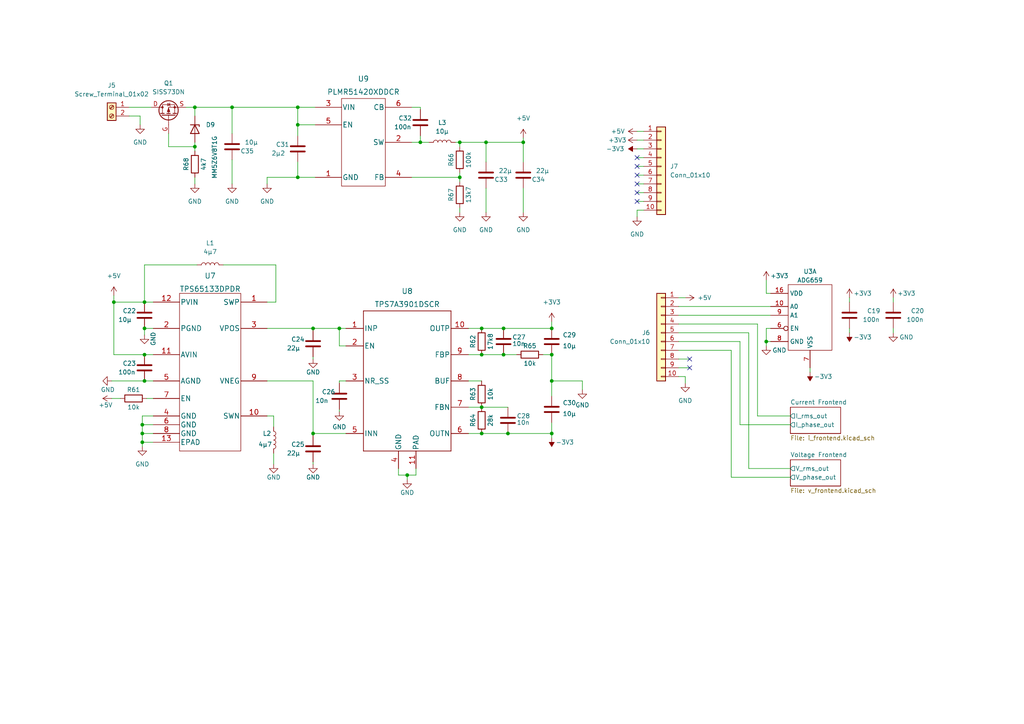
<source format=kicad_sch>
(kicad_sch (version 20211123) (generator eeschema)
  (paper "A4")
  (lib_symbols
    (symbol "ADG659_multipart:ADG659"
      (property "Reference" "U" (at 0 12.7 0))
      (property "Value" "ADG659" (at 0 10.16 0))
      (symbol "ADG659_1_1"
        (rectangle (start -6.35 8.89) (end 6.35 -10.16))
        (pin input line (at -11.43 2.54 0) (length 5.08) (name "A0") (number "10"))
        (pin power_in line (at -11.43 6.35 0) (length 5.08) (name "VDD") (number "16"))
        (pin input inverted (at -11.43 -3.81 0) (length 5.08) (name "EN") (number "6"))
        (pin power_in line (at 0 -15.24 90) (length 5.08) (name "VSS") (number "7"))
        (pin power_in line (at -11.43 -7.62 0) (length 5.08) (name "GND") (number "8"))
        (pin input line (at -11.43 0 0) (length 5.08) (name "A1") (number "9"))
      )
      (symbol "ADG659_2_1"
        (rectangle (start -5.08 5.08) (end 5.08 -5.08))
        (pin input line (at -10.16 -3.81 0) (length 5.08) (name "S4A") (number "11"))
        (pin input line (at -10.16 3.81 0) (length 5.08) (name "S1A") (number "12"))
        (pin output line (at 10.16 0 180) (length 5.08) (name "DA") (number "13"))
        (pin input line (at -10.16 1.27 0) (length 5.08) (name "S2A") (number "14"))
        (pin input line (at -10.16 -1.27 0) (length 5.08) (name "S3A") (number "15"))
      )
      (symbol "ADG659_3_1"
        (rectangle (start -5.08 5.08) (end 5.08 -5.08))
        (pin input line (at -10.16 3.81 0) (length 5.08) (name "S1B") (number "1"))
        (pin input line (at -10.16 -1.27 0) (length 5.08) (name "S3B") (number "2"))
        (pin output line (at 10.16 0 180) (length 5.08) (name "DB") (number "3"))
        (pin input line (at -10.16 -3.81 0) (length 5.08) (name "S4B") (number "4"))
        (pin input line (at -10.16 1.27 0) (length 5.08) (name "S2B") (number "5"))
      )
    )
    (symbol "Connector:Screw_Terminal_01x02" (pin_names (offset 1.016) hide)
      (property "Reference" "J" (at 0 2.54 0))
      (property "Value" "Screw_Terminal_01x02" (at 0 -5.08 0))
      (symbol "Screw_Terminal_01x02_1_1"
        (rectangle (start -1.27 1.27) (end 1.27 -3.81) (stroke (width 0.254)) (fill (type background)))
        (circle (center 0 -2.54) (radius 0.635) (stroke (width 0.1524)))
        (polyline (pts (xy -0.5334 -2.2098) (xy 0.3302 -3.048)) (stroke (width 0.1524)))
        (polyline (pts (xy -0.5334 0.3302) (xy 0.3302 -0.508)) (stroke (width 0.1524)))
        (polyline (pts (xy -0.3556 -2.032) (xy 0.508 -2.8702)) (stroke (width 0.1524)))
        (polyline (pts (xy -0.3556 0.508) (xy 0.508 -0.3302)) (stroke (width 0.1524)))
        (circle (center 0 0) (radius 0.635) (stroke (width 0.1524)))
        (pin passive line (at -5.08 0 0) (length 3.81) (name "Pin_1") (number "1"))
        (pin passive line (at -5.08 -2.54 0) (length 3.81) (name "Pin_2") (number "2"))
      )
    )
    (symbol "Connector_Generic:Conn_01x10" (pin_names (offset 1.016) hide)
      (property "Reference" "J" (at 0 12.7 0))
      (property "Value" "Conn_01x10" (at 0 -15.24 0))
      (symbol "Conn_01x10_1_1"
        (rectangle (start -1.27 -12.573) (end 0 -12.827) (stroke (width 0.1524)))
        (rectangle (start -1.27 -10.033) (end 0 -10.287) (stroke (width 0.1524)))
        (rectangle (start -1.27 -7.493) (end 0 -7.747) (stroke (width 0.1524)))
        (rectangle (start -1.27 -4.953) (end 0 -5.207) (stroke (width 0.1524)))
        (rectangle (start -1.27 -2.413) (end 0 -2.667) (stroke (width 0.1524)))
        (rectangle (start -1.27 0.127) (end 0 -0.127) (stroke (width 0.1524)))
        (rectangle (start -1.27 2.667) (end 0 2.413) (stroke (width 0.1524)))
        (rectangle (start -1.27 5.207) (end 0 4.953) (stroke (width 0.1524)))
        (rectangle (start -1.27 7.747) (end 0 7.493) (stroke (width 0.1524)))
        (rectangle (start -1.27 10.287) (end 0 10.033) (stroke (width 0.1524)))
        (rectangle (start -1.27 11.43) (end 1.27 -13.97) (stroke (width 0.254)) (fill (type background)))
        (pin passive line (at -5.08 10.16 0) (length 3.81) (name "Pin_1") (number "1"))
        (pin passive line (at -5.08 -12.7 0) (length 3.81) (name "Pin_10") (number "10"))
        (pin passive line (at -5.08 7.62 0) (length 3.81) (name "Pin_2") (number "2"))
        (pin passive line (at -5.08 5.08 0) (length 3.81) (name "Pin_3") (number "3"))
        (pin passive line (at -5.08 2.54 0) (length 3.81) (name "Pin_4") (number "4"))
        (pin passive line (at -5.08 0 0) (length 3.81) (name "Pin_5") (number "5"))
        (pin passive line (at -5.08 -2.54 0) (length 3.81) (name "Pin_6") (number "6"))
        (pin passive line (at -5.08 -5.08 0) (length 3.81) (name "Pin_7") (number "7"))
        (pin passive line (at -5.08 -7.62 0) (length 3.81) (name "Pin_8") (number "8"))
        (pin passive line (at -5.08 -10.16 0) (length 3.81) (name "Pin_9") (number "9"))
      )
    )
    (symbol "Device:C" (pin_numbers hide) (pin_names (offset 0.254))
      (property "Reference" "C" (at 0.635 2.54 0))
      (property "Value" "C" (at 0.635 -2.54 0))
      (symbol "C_0_1"
        (polyline (pts (xy -2.032 -0.762) (xy 2.032 -0.762)) (stroke (width 0.508)))
        (polyline (pts (xy -2.032 0.762) (xy 2.032 0.762)) (stroke (width 0.508)))
      )
      (symbol "C_1_1"
        (pin passive line (at 0 3.81 270) (length 2.794) (name "~") (number "1"))
        (pin passive line (at 0 -3.81 90) (length 2.794) (name "~") (number "2"))
      )
    )
    (symbol "Device:L" (pin_numbers hide) (pin_names (offset 1.016) hide)
      (property "Reference" "L" (at -1.27 0 90))
      (property "Value" "L" (at 1.905 0 90))
      (symbol "L_0_1"
        (arc (start 0 -2.54) (mid 0.635 -1.905) (end 0 -1.27))
        (arc (start 0 -1.27) (mid 0.635 -0.635) (end 0 0))
        (arc (start 0 0) (mid 0.635 0.635) (end 0 1.27))
        (arc (start 0 1.27) (mid 0.635 1.905) (end 0 2.54))
      )
      (symbol "L_1_1"
        (pin passive line (at 0 3.81 270) (length 1.27) (name "1") (number "1"))
        (pin passive line (at 0 -3.81 90) (length 1.27) (name "2") (number "2"))
      )
    )
    (symbol "Device:R" (pin_numbers hide) (pin_names (offset 0))
      (property "Reference" "R" (at 2.032 0 90))
      (property "Value" "R" (at 0 0 90))
      (symbol "R_0_1"
        (rectangle (start -1.016 -2.54) (end 1.016 2.54) (stroke (width 0.254)))
      )
      (symbol "R_1_1"
        (pin passive line (at 0 3.81 270) (length 1.27) (name "~") (number "1"))
        (pin passive line (at 0 -3.81 90) (length 1.27) (name "~") (number "2"))
      )
    )
    (symbol "Diode:MM5Zxx" (pin_numbers hide) (pin_names hide)
      (property "Reference" "D" (at 0 2.54 0))
      (property "Value" "MM5Zxx" (at 0 -2.54 0))
      (symbol "MM5Zxx_0_1"
        (polyline (pts (xy 1.27 0) (xy -1.27 0)))
        (polyline (pts (xy -1.27 -1.27) (xy -1.27 1.27) (xy -0.762 1.27)) (stroke (width 0.254)))
        (polyline (pts (xy 1.27 -1.27) (xy 1.27 1.27) (xy -1.27 0) (xy 1.27 -1.27)) (stroke (width 0.254)))
      )
      (symbol "MM5Zxx_1_1"
        (pin passive line (at -3.81 0 0) (length 2.54) (name "K") (number "1"))
        (pin passive line (at 3.81 0 180) (length 2.54) (name "A") (number "2"))
      )
    )
    (symbol "LMR51420:PLMR51420XDDCT" (pin_names (offset 0.254))
      (property "Reference" "U" (at 0 11.43 0))
      (property "Value" "PLMR51420XDDCT" (at 0 8.89 0))
      (symbol "PLMR51420XDDCT_1_1"
        (rectangle (start -6.35 5.08) (end 6.35 -20.32))
        (pin power_in line (at -13.97 -17.78 0) (length 7.62) (name "GND") (number "1"))
        (pin power_out line (at 13.97 -7.62 180) (length 7.62) (name "SW") (number "2"))
        (pin power_in line (at -13.97 2.54 0) (length 7.62) (name "VIN") (number "3"))
        (pin input line (at 13.97 -17.78 180) (length 7.62) (name "FB") (number "4"))
        (pin input line (at -13.97 -2.54 0) (length 7.62) (name "EN") (number "5"))
        (pin input line (at 13.97 2.54 180) (length 7.62) (name "CB") (number "6"))
      )
    )
    (symbol "SISS73DN:SISS73DN" (pin_names (offset 0) hide)
      (property "Reference" "Q" (at 5.08 1.27 0))
      (property "Value" "SISS73DN" (at 5.08 -1.27 0))
      (symbol "SISS73DN_0_1"
        (polyline (pts (xy 0.254 0) (xy -2.54 0)))
        (polyline (pts (xy 0.254 1.905) (xy 0.254 -1.905)) (stroke (width 0.254)))
        (polyline (pts (xy 0.762 -1.27) (xy 0.762 -2.286)) (stroke (width 0.254)))
        (polyline (pts (xy 0.762 0.508) (xy 0.762 -0.508)) (stroke (width 0.254)))
        (polyline (pts (xy 0.762 2.286) (xy 0.762 1.27)) (stroke (width 0.254)))
        (polyline (pts (xy 2.54 2.54) (xy 2.54 1.778)))
        (polyline (pts (xy 2.54 -2.54) (xy 2.54 0) (xy 0.762 0)))
        (polyline (pts (xy 0.762 1.778) (xy 3.302 1.778) (xy 3.302 -1.778) (xy 0.762 -1.778)))
        (polyline (pts (xy 2.286 0) (xy 1.27 0.381) (xy 1.27 -0.381) (xy 2.286 0)) (fill (type outline)))
        (polyline (pts (xy 2.794 -0.508) (xy 2.921 -0.381) (xy 3.683 -0.381) (xy 3.81 -0.254)))
        (polyline (pts (xy 3.302 -0.381) (xy 2.921 0.254) (xy 3.683 0.254) (xy 3.302 -0.381)))
        (circle (center 1.651 0) (radius 2.794) (stroke (width 0.254)))
        (circle (center 2.54 -1.778) (radius 0.254) (fill (type outline)))
        (circle (center 2.54 1.778) (radius 0.254) (fill (type outline)))
      )
      (symbol "SISS73DN_1_1"
        (pin passive line (at 2.54 5.08 270) (length 2.54) (name "D") (number "D"))
        (pin input line (at -5.08 0 0) (length 2.54) (name "G") (number "G"))
        (pin passive line (at 2.54 -5.08 90) (length 2.54) (name "S") (number "S"))
      )
    )
    (symbol "TPS65133:TPS65133DPDR" (pin_names (offset 0.254))
      (property "Reference" "U" (at 0 24.13 0))
      (property "Value" "TPS65133DPDR" (at 0 21.59 0))
      (symbol "TPS65133DPDR_1_1"
        (rectangle (start -8.89 20.32) (end 8.89 -25.4))
        (pin output line (at 16.51 17.78 180) (length 7.62) (name "SWP") (number "1"))
        (pin output line (at 16.51 -15.24 180) (length 7.62) (name "SWN") (number "10"))
        (pin power_in line (at -16.51 2.54 0) (length 7.62) (name "AVIN") (number "11"))
        (pin power_in line (at -16.51 17.78 0) (length 7.62) (name "PVIN") (number "12"))
        (pin power_in line (at -16.51 -22.86 0) (length 7.62) (name "EPAD") (number "13"))
        (pin power_in line (at -16.51 10.16 0) (length 7.62) (name "PGND") (number "2"))
        (pin power_out line (at 16.51 10.16 180) (length 7.62) (name "VPOS") (number "3"))
        (pin power_in line (at -16.51 -15.24 0) (length 7.62) (name "GND") (number "4"))
        (pin power_in line (at -16.51 -5.08 0) (length 7.62) (name "AGND") (number "5"))
        (pin power_in line (at -16.51 -17.78 0) (length 7.62) (name "GND") (number "6"))
        (pin input line (at -16.51 -10.16 0) (length 7.62) (name "EN") (number "7"))
        (pin power_in line (at -16.51 -20.32 0) (length 7.62) (name "GND") (number "8"))
        (pin power_out line (at 16.51 -5.08 180) (length 7.62) (name "VNEG") (number "9"))
      )
    )
    (symbol "TPS7A39:TPS7A3901DSCR" (pin_names (offset 0.254))
      (property "Reference" "U" (at 0 25.4 0))
      (property "Value" "TPS7A3901DSCR" (at 0 22.86 0))
      (symbol "TPS7A3901DSCR_1_1"
        (polyline (pts (xy -12.7 -20.32) (xy 12.7 -20.32)) (stroke (width 0.2032)))
        (polyline (pts (xy -12.7 20.32) (xy -12.7 -20.32)) (stroke (width 0.2032)))
        (polyline (pts (xy 12.7 -20.32) (xy 12.7 20.32)) (stroke (width 0.2032)))
        (polyline (pts (xy 12.7 20.32) (xy -12.7 20.32)) (stroke (width 0.2032)))
        (pin power_in line (at -17.78 15.24 0) (length 5.08) (name "INP") (number "1"))
        (pin power_out line (at 17.78 15.24 180) (length 5.08) (name "OUTP") (number "10"))
        (pin power_in line (at 2.54 -25.4 90) (length 5.08) (name "PAD") (number "11"))
        (pin input line (at -17.78 10.16 0) (length 5.08) (name "EN") (number "2"))
        (pin input line (at -17.78 0 0) (length 5.08) (name "NR_SS") (number "3"))
        (pin power_in line (at -2.54 -25.4 90) (length 5.08) (name "GND") (number "4"))
        (pin power_in line (at -17.78 -15.24 0) (length 5.08) (name "INN") (number "5"))
        (pin power_out line (at 17.78 -15.24 180) (length 5.08) (name "OUTN") (number "6"))
        (pin input line (at 17.78 -7.62 180) (length 5.08) (name "FBN") (number "7"))
        (pin output line (at 17.78 0 180) (length 5.08) (name "BUF") (number "8"))
        (pin input line (at 17.78 7.62 180) (length 5.08) (name "FBP") (number "9"))
      )
    )
    (symbol "power:+3V3" (power) (pin_names (offset 0))
      (property "Value" "+3V3" (at 0 3.556 0))
      (symbol "+3V3_0_1"
        (polyline (pts (xy -0.762 1.27) (xy 0 2.54)))
        (polyline (pts (xy 0 0) (xy 0 2.54)))
        (polyline (pts (xy 0 2.54) (xy 0.762 1.27)))
      )
      (symbol "+3V3_1_1"
        (pin power_in line (at 0 0 90) (length 0) hide (name "+3V3") (number "1"))
      )
    )
    (symbol "power:+5V" (power) (pin_names (offset 0))
      (property "Value" "+5V" (at 0 3.556 0))
      (symbol "+5V_0_1"
        (polyline (pts (xy -0.762 1.27) (xy 0 2.54)))
        (polyline (pts (xy 0 0) (xy 0 2.54)))
        (polyline (pts (xy 0 2.54) (xy 0.762 1.27)))
      )
      (symbol "+5V_1_1"
        (pin power_in line (at 0 0 90) (length 0) hide (name "+5V") (number "1"))
      )
    )
    (symbol "power:-3V3" (power) (pin_names (offset 0))
      (property "Value" "-3V3" (at 0 3.81 0))
      (symbol "-3V3_0_0"
        (pin power_in line (at 0 0 90) (length 0) hide (name "-3V3") (number "1"))
      )
      (symbol "-3V3_0_1"
        (polyline (pts (xy 0 0) (xy 0 1.27) (xy 0.762 1.27) (xy 0 2.54) (xy -0.762 1.27) (xy 0 1.27)) (fill (type outline)))
      )
    )
    (symbol "power:GND" (power) (pin_names (offset 0))
      (property "Value" "GND" (at 0 -3.81 0))
      (symbol "GND_0_1"
        (polyline (pts (xy 0 0) (xy 0 -1.27) (xy 1.27 -1.27) (xy 0 -2.54) (xy -1.27 -1.27) (xy 0 -1.27)))
      )
      (symbol "GND_1_1"
        (pin power_in line (at 0 0 270) (length 0) hide (name "GND") (number "1"))
      )
    )
  )
  (junction (at 98.425 95.25))
  (junction (at 222.25 99.06))
  (junction (at 146.05 102.87))
  (junction (at 90.805 125.73))
  (junction (at 160.02 110.49))
  (junction (at 160.02 95.25))
  (junction (at 56.515 42.545))
  (junction (at 121.92 41.275))
  (junction (at 41.275 125.73))
  (junction (at 33.02 87.63))
  (junction (at 41.275 123.19))
  (junction (at 160.02 125.73))
  (junction (at 56.515 31.115))
  (junction (at 139.7 95.25))
  (junction (at 67.31 31.115))
  (junction (at 118.11 137.795))
  (junction (at 146.05 95.25))
  (junction (at 151.765 41.275))
  (junction (at 41.275 128.27))
  (junction (at 90.805 95.25))
  (junction (at 140.97 41.275))
  (junction (at 147.32 125.73))
  (junction (at 139.7 125.73))
  (junction (at 86.36 51.435))
  (junction (at 86.36 36.195))
  (junction (at 133.35 51.435))
  (junction (at 41.91 95.25))
  (junction (at 133.35 41.275))
  (junction (at 41.91 102.87))
  (junction (at 160.02 102.87))
  (junction (at 139.7 118.11))
  (junction (at 139.7 102.87))
  (junction (at 41.91 110.49))
  (junction (at 86.36 31.115))
  (junction (at 41.91 87.63))
  (no_connect (at 184.785 53.34))
  (no_connect (at 184.785 55.88))
  (no_connect (at 184.785 58.42))
  (no_connect (at 184.785 45.72))
  (no_connect (at 184.785 48.26))
  (no_connect (at 184.785 50.8))
  (no_connect (at 200.025 104.14))
  (no_connect (at 200.025 106.68))
  (wire (pts (xy 133.35 60.325) (xy 133.35 61.595)))
  (wire (pts (xy 115.57 137.795) (xy 118.11 137.795)))
  (wire (pts (xy 90.805 125.73) (xy 90.805 126.365)))
  (wire (pts (xy 160.02 125.73) (xy 160.02 127)))
  (wire (pts (xy 160.02 110.49) (xy 160.02 114.935)))
  (wire (pts (xy 80.01 87.63) (xy 77.47 87.63)))
  (wire (pts (xy 139.7 102.87) (xy 146.05 102.87)))
  (wire (pts (xy 214.63 123.19) (xy 229.235 123.19)))
  (wire (pts (xy 168.91 110.49) (xy 160.02 110.49)))
  (wire (pts (xy 64.77 76.835) (xy 80.01 76.835)))
  (wire (pts (xy 219.71 93.98) (xy 219.71 120.65)))
  (wire (pts (xy 41.91 102.87) (xy 33.02 102.87)))
  (wire (pts (xy 79.375 120.65) (xy 79.375 123.825)))
  (wire (pts (xy 67.31 31.115) (xy 86.36 31.115)))
  (wire (pts (xy 135.89 110.49) (xy 139.7 110.49)))
  (wire (pts (xy 222.25 99.06) (xy 222.25 100.33)))
  (wire (pts (xy 41.91 102.87) (xy 44.45 102.87)))
  (wire (pts (xy 86.36 36.195) (xy 86.36 39.37)))
  (wire (pts (xy 98.425 118.745) (xy 98.425 119.38)))
  (wire (pts (xy 151.765 46.99) (xy 151.765 41.275)))
  (wire (pts (xy 198.755 109.22) (xy 196.85 109.22)))
  (wire (pts (xy 56.515 41.275) (xy 56.515 42.545)))
  (wire (pts (xy 119.38 41.275) (xy 121.92 41.275)))
  (wire (pts (xy 184.785 60.96) (xy 186.69 60.96)))
  (wire (pts (xy 41.275 128.27) (xy 41.275 129.54)))
  (wire (pts (xy 168.91 113.03) (xy 168.91 110.49)))
  (wire (pts (xy 146.05 95.25) (xy 160.02 95.25)))
  (wire (pts (xy 222.25 99.06) (xy 223.52 99.06)))
  (wire (pts (xy 217.17 135.89) (xy 229.235 135.89)))
  (wire (pts (xy 77.47 110.49) (xy 90.805 110.49)))
  (wire (pts (xy 198.755 111.125) (xy 198.755 109.22)))
  (wire (pts (xy 118.11 137.795) (xy 120.65 137.795)))
  (wire (pts (xy 160.02 102.87) (xy 160.02 110.49)))
  (wire (pts (xy 246.38 95.25) (xy 246.38 96.52)))
  (wire (pts (xy 48.895 42.545) (xy 56.515 42.545)))
  (wire (pts (xy 119.38 31.115) (xy 121.92 31.115)))
  (wire (pts (xy 80.01 76.835) (xy 80.01 87.63)))
  (wire (pts (xy 135.89 125.73) (xy 139.7 125.73)))
  (wire (pts (xy 184.785 45.72) (xy 186.69 45.72)))
  (wire (pts (xy 56.515 31.115) (xy 53.975 31.115)))
  (wire (pts (xy 91.44 51.435) (xy 86.36 51.435)))
  (wire (pts (xy 140.97 41.275) (xy 133.35 41.275)))
  (wire (pts (xy 184.785 55.88) (xy 186.69 55.88)))
  (wire (pts (xy 184.785 48.26) (xy 186.69 48.26)))
  (wire (pts (xy 41.275 128.27) (xy 44.45 128.27)))
  (wire (pts (xy 119.38 51.435) (xy 133.35 51.435)))
  (wire (pts (xy 37.465 31.115) (xy 43.815 31.115)))
  (wire (pts (xy 198.755 86.36) (xy 196.85 86.36)))
  (wire (pts (xy 118.11 137.795) (xy 118.11 139.065)))
  (wire (pts (xy 120.65 137.795) (xy 120.65 135.89)))
  (wire (pts (xy 77.47 51.435) (xy 86.36 51.435)))
  (wire (pts (xy 222.25 85.09) (xy 223.52 85.09)))
  (wire (pts (xy 222.25 95.25) (xy 223.52 95.25)))
  (wire (pts (xy 157.48 102.87) (xy 160.02 102.87)))
  (wire (pts (xy 57.15 76.835) (xy 41.91 76.835)))
  (wire (pts (xy 98.425 110.49) (xy 98.425 111.125)))
  (wire (pts (xy 259.08 95.25) (xy 259.08 96.52)))
  (wire (pts (xy 33.02 102.87) (xy 33.02 87.63)))
  (wire (pts (xy 184.785 50.8) (xy 186.69 50.8)))
  (wire (pts (xy 33.02 85.725) (xy 33.02 87.63)))
  (wire (pts (xy 77.47 120.65) (xy 79.375 120.65)))
  (wire (pts (xy 139.7 118.11) (xy 147.32 118.11)))
  (wire (pts (xy 151.765 41.275) (xy 140.97 41.275)))
  (wire (pts (xy 41.275 123.19) (xy 41.275 125.73)))
  (wire (pts (xy 133.35 51.435) (xy 133.35 50.165)))
  (wire (pts (xy 196.85 96.52) (xy 217.17 96.52)))
  (wire (pts (xy 41.275 120.65) (xy 41.275 123.19)))
  (wire (pts (xy 214.63 99.06) (xy 214.63 123.19)))
  (wire (pts (xy 90.805 103.505) (xy 90.805 104.14)))
  (wire (pts (xy 41.275 123.19) (xy 44.45 123.19)))
  (wire (pts (xy 56.515 51.435) (xy 56.515 53.34)))
  (wire (pts (xy 160.02 122.555) (xy 160.02 125.73)))
  (wire (pts (xy 139.7 95.25) (xy 146.05 95.25)))
  (wire (pts (xy 160.02 93.345) (xy 160.02 95.25)))
  (wire (pts (xy 56.515 31.115) (xy 67.31 31.115)))
  (wire (pts (xy 196.85 106.68) (xy 200.025 106.68)))
  (wire (pts (xy 196.85 93.98) (xy 219.71 93.98)))
  (wire (pts (xy 98.425 95.25) (xy 100.33 95.25)))
  (wire (pts (xy 140.97 46.99) (xy 140.97 41.275)))
  (wire (pts (xy 246.38 86.36) (xy 246.38 87.63)))
  (wire (pts (xy 90.805 95.25) (xy 90.805 95.885)))
  (wire (pts (xy 77.47 51.435) (xy 77.47 53.34)))
  (wire (pts (xy 184.785 53.34) (xy 186.69 53.34)))
  (wire (pts (xy 90.805 95.25) (xy 98.425 95.25)))
  (wire (pts (xy 133.35 41.275) (xy 133.35 42.545)))
  (wire (pts (xy 222.25 95.25) (xy 222.25 99.06)))
  (wire (pts (xy 90.805 110.49) (xy 90.805 125.73)))
  (wire (pts (xy 86.36 51.435) (xy 86.36 46.99)))
  (wire (pts (xy 151.765 54.61) (xy 151.765 61.595)))
  (wire (pts (xy 67.31 31.115) (xy 67.31 38.735)))
  (wire (pts (xy 41.91 76.835) (xy 41.91 87.63)))
  (wire (pts (xy 139.7 125.73) (xy 147.32 125.73)))
  (wire (pts (xy 100.33 100.33) (xy 98.425 100.33)))
  (wire (pts (xy 86.36 31.115) (xy 86.36 36.195)))
  (wire (pts (xy 33.02 87.63) (xy 41.91 87.63)))
  (wire (pts (xy 135.89 118.11) (xy 139.7 118.11)))
  (wire (pts (xy 79.375 131.445) (xy 79.375 134.62)))
  (wire (pts (xy 42.545 115.57) (xy 44.45 115.57)))
  (wire (pts (xy 151.765 40.005) (xy 151.765 41.275)))
  (wire (pts (xy 90.805 133.985) (xy 90.805 134.62)))
  (wire (pts (xy 234.95 106.68) (xy 234.95 107.95)))
  (wire (pts (xy 91.44 36.195) (xy 86.36 36.195)))
  (wire (pts (xy 32.385 110.49) (xy 41.91 110.49)))
  (wire (pts (xy 222.25 81.28) (xy 222.25 85.09)))
  (wire (pts (xy 196.85 91.44) (xy 223.52 91.44)))
  (wire (pts (xy 91.44 31.115) (xy 86.36 31.115)))
  (wire (pts (xy 41.275 120.65) (xy 44.45 120.65)))
  (wire (pts (xy 212.09 138.43) (xy 229.235 138.43)))
  (wire (pts (xy 146.05 102.87) (xy 149.86 102.87)))
  (wire (pts (xy 67.31 46.355) (xy 67.31 53.34)))
  (wire (pts (xy 184.785 62.865) (xy 184.785 60.96)))
  (wire (pts (xy 121.92 41.275) (xy 124.46 41.275)))
  (wire (pts (xy 41.91 95.25) (xy 41.91 97.155)))
  (wire (pts (xy 133.35 51.435) (xy 133.35 52.705)))
  (wire (pts (xy 196.85 88.9) (xy 223.52 88.9)))
  (wire (pts (xy 196.85 104.14) (xy 200.025 104.14)))
  (wire (pts (xy 37.465 33.655) (xy 40.64 33.655)))
  (wire (pts (xy 41.91 95.25) (xy 44.45 95.25)))
  (wire (pts (xy 40.64 33.655) (xy 40.64 36.195)))
  (wire (pts (xy 121.92 31.115) (xy 121.92 31.75)))
  (wire (pts (xy 184.785 38.1) (xy 186.69 38.1)))
  (wire (pts (xy 98.425 110.49) (xy 100.33 110.49)))
  (wire (pts (xy 56.515 33.655) (xy 56.515 31.115)))
  (wire (pts (xy 212.09 101.6) (xy 212.09 138.43)))
  (wire (pts (xy 184.785 58.42) (xy 186.69 58.42)))
  (wire (pts (xy 147.32 125.73) (xy 160.02 125.73)))
  (wire (pts (xy 115.57 135.89) (xy 115.57 137.795)))
  (wire (pts (xy 100.33 125.73) (xy 90.805 125.73)))
  (wire (pts (xy 184.785 43.18) (xy 186.69 43.18)))
  (wire (pts (xy 135.89 102.87) (xy 139.7 102.87)))
  (wire (pts (xy 41.91 110.49) (xy 44.45 110.49)))
  (wire (pts (xy 135.89 95.25) (xy 139.7 95.25)))
  (wire (pts (xy 32.385 115.57) (xy 34.925 115.57)))
  (wire (pts (xy 48.895 38.735) (xy 48.895 42.545)))
  (wire (pts (xy 56.515 42.545) (xy 56.515 43.815)))
  (wire (pts (xy 219.71 120.65) (xy 229.235 120.65)))
  (wire (pts (xy 98.425 100.33) (xy 98.425 95.25)))
  (wire (pts (xy 132.08 41.275) (xy 133.35 41.275)))
  (wire (pts (xy 121.92 39.37) (xy 121.92 41.275)))
  (wire (pts (xy 140.97 54.61) (xy 140.97 61.595)))
  (wire (pts (xy 196.85 99.06) (xy 214.63 99.06)))
  (wire (pts (xy 41.91 87.63) (xy 44.45 87.63)))
  (wire (pts (xy 41.275 125.73) (xy 44.45 125.73)))
  (wire (pts (xy 217.17 96.52) (xy 217.17 135.89)))
  (wire (pts (xy 259.08 86.36) (xy 259.08 87.63)))
  (wire (pts (xy 184.785 40.64) (xy 186.69 40.64)))
  (wire (pts (xy 41.275 125.73) (xy 41.275 128.27)))
  (wire (pts (xy 77.47 95.25) (xy 90.805 95.25)))
  (wire (pts (xy 196.85 101.6) (xy 212.09 101.6)))
  (symbol (lib_id "power:+5V") (at 198.755 86.36 270) (mirror x) (unit 1)
    (property "Reference" "#PWR0181" (effects hide))
    (property "Value" "+5V" (at 206.375 86.36 90) (effects (justify right)))
  )
  (symbol (lib_id "power:-3V3") (at 184.785 43.18 90) (unit 1)
    (property "Reference" "#PWR0178" (effects hide))
    (property "Value" "-3V3" (at 178.435 43.18 90))
  )
  (symbol (lib_id "Device:C") (at 86.36 43.18 0) (unit 1)
    (property "Reference" "C31" (at 80.01 41.91 0) (effects (justify left)))
    (property "Value" "2µ2" (at 78.74 44.45 0) (effects (justify left)))
    (property "Footprint" "Capacitor_SMD:C_0805_2012Metric_Pad1.18x1.45mm_HandSolder" (effects hide))
    (property "Voltage rating" "35V" (effects hide))
  )
  (symbol (lib_id "power:GND") (at 133.35 61.595 0) (unit 1)
    (property "Reference" "#PWR0168" (effects hide))
    (property "Value" "GND" (at 133.35 66.675 0))
  )
  (symbol (lib_id "Device:L") (at 79.375 127.635 0) (unit 1)
    (property "Reference" "L2" (at 76.2 125.73 0) (effects (justify left)))
    (property "Value" "4µ7" (at 74.93 128.905 0) (effects (justify left)))
    (property "Footprint" "Footprints:L_Coilcraft_XxL4020" (effects hide))
    (property "Part nr." "XFL4020-472ME_" (effects hide))
  )
  (symbol (lib_id "Device:C") (at 151.765 50.8 180) (unit 1)
    (property "Reference" "C34" (at 158.115 52.07 0) (effects (justify left)))
    (property "Value" "22µ" (at 159.385 49.53 0) (effects (justify left)))
    (property "Footprint" "Capacitor_SMD:C_0805_2012Metric_Pad1.18x1.45mm_HandSolder" (effects hide))
    (property "Voltage rating" "10V" (effects hide))
  )
  (symbol (lib_id "power:GND") (at 79.375 134.62 0) (unit 1)
    (property "Reference" "#PWR0164" (effects hide))
    (property "Value" "GND" (at 79.375 138.43 0))
  )
  (symbol (lib_id "Connector:Screw_Terminal_01x02") (at 32.385 31.115 0) (mirror y) (unit 1)
    (property "Reference" "J5" (at 32.385 24.765 0))
    (property "Value" "Screw_Terminal_01x02" (at 32.385 27.305 0))
    (property "Footprint" "TerminalBlock_Phoenix:TerminalBlock_Phoenix_MKDS-1,5-2-5.08_1x02_P5.08mm_Horizontal" (effects hide))
  )
  (symbol (lib_id "power:GND") (at 41.91 97.155 0) (unit 1)
    (property "Reference" "#PWR0167" (effects hide))
    (property "Value" "GND" (at 44.45 100.33 90) (effects (justify left)))
  )
  (symbol (lib_id "Device:C") (at 121.92 35.56 0) (unit 1)
    (property "Reference" "C32" (at 115.57 34.29 0) (effects (justify left)))
    (property "Value" "100n" (at 114.3 36.83 0) (effects (justify left)))
    (property "Footprint" "Capacitor_SMD:C_0603_1608Metric_Pad1.08x0.95mm_HandSolder" (effects hide))
    (property "Voltage rating" "16V" (effects hide))
    (property "Grade" "X7R" (effects hide))
  )
  (symbol (lib_id "power:GND") (at 198.755 111.125 0) (mirror y) (unit 1)
    (property "Reference" "#PWR0179" (effects hide))
    (property "Value" "GND" (at 198.755 116.205 0))
  )
  (symbol (lib_id "Device:R") (at 139.7 99.06 180) (unit 1)
    (property "Reference" "R62" (at 137.16 99.06 90))
    (property "Value" "17k8" (at 142.24 99.06 90))
    (property "Footprint" "Resistor_SMD:R_0603_1608Metric_Pad0.98x0.95mm_HandSolder" (effects hide))
  )
  (symbol (lib_id "SISS73DN:SISS73DN") (at 48.895 33.655 90) (unit 1)
    (property "Reference" "Q1" (at 48.895 24.13 90))
    (property "Value" "SISS73DN" (at 48.895 26.67 90))
    (property "Footprint" "Footprints:Vishay_PowerPAK_1212-8_Single" (effects hide))
  )
  (symbol (lib_id "Device:R") (at 133.35 56.515 180) (unit 1)
    (property "Reference" "R67" (at 130.81 56.515 90))
    (property "Value" "13k7" (at 135.89 56.515 90))
    (property "Footprint" "Resistor_SMD:R_0603_1608Metric_Pad0.98x0.95mm_HandSolder" (effects hide))
  )
  (symbol (lib_id "LMR51420:PLMR51420XDDCT") (at 105.41 33.655 0) (unit 1)
    (property "Reference" "U9" (at 105.41 22.86 0) (effects (font (size 1.524 1.524))))
    (property "Value" "PLMR51420XDDCR" (at 105.41 26.67 0) (effects (font (size 1.524 1.524))))
    (property "Footprint" "Footprints:PLMR51420XDDCT" (effects hide))
  )
  (symbol (lib_id "Device:C") (at 140.97 50.8 180) (unit 1)
    (property "Reference" "C33" (at 147.32 52.07 0) (effects (justify left)))
    (property "Value" "22µ" (at 148.59 49.53 0) (effects (justify left)))
    (property "Footprint" "Capacitor_SMD:C_0805_2012Metric_Pad1.18x1.45mm_HandSolder" (effects hide))
    (property "Voltage rating" "10V" (effects hide))
  )
  (symbol (lib_id "Device:C") (at 246.38 91.44 0) (unit 1)
    (property "Reference" "C19" (at 251.46 90.17 0) (effects (justify left)))
    (property "Value" "100n" (at 250.19 92.71 0) (effects (justify left)))
    (property "Footprint" "Capacitor_SMD:C_0603_1608Metric_Pad1.08x0.95mm_HandSolder" (effects hide))
    (property "Voltage rating" "10V" (effects hide))
  )
  (symbol (lib_id "power:+3V3") (at 259.08 86.36 0) (unit 1)
    (property "Reference" "#PWR0142" (effects hide))
    (property "Value" "+3V3" (at 262.89 85.09 0))
  )
  (symbol (lib_id "power:GND") (at 259.08 96.52 0) (unit 1)
    (property "Reference" "#PWR0143" (effects hide))
    (property "Value" "GND" (at 262.89 97.79 0))
  )
  (symbol (lib_id "Device:C") (at 90.805 99.695 0) (unit 1)
    (property "Reference" "C24" (at 84.455 98.425 0) (effects (justify left)))
    (property "Value" "22µ" (at 83.185 100.965 0) (effects (justify left)))
    (property "Footprint" "Capacitor_SMD:C_0805_2012Metric_Pad1.18x1.45mm_HandSolder" (effects hide))
    (property "Voltage rating" "10V" (effects hide))
    (property "Grade" "X7R" (effects hide))
  )
  (symbol (lib_id "Device:L") (at 60.96 76.835 90) (unit 1)
    (property "Reference" "L1" (at 60.96 70.485 90))
    (property "Value" "4µ7" (at 60.96 73.025 90))
    (property "Footprint" "Footprints:L_Coilcraft_XxL4020" (effects hide))
    (property "Part nr." "XFL4020-472ME_" (effects hide))
  )
  (symbol (lib_id "Device:R") (at 139.7 121.92 180) (unit 1)
    (property "Reference" "R64" (at 137.16 121.92 90))
    (property "Value" "28k" (at 142.24 121.92 90))
    (property "Footprint" "Resistor_SMD:R_0603_1608Metric_Pad0.98x0.95mm_HandSolder" (effects hide))
  )
  (symbol (lib_id "Device:C") (at 160.02 118.745 0) (unit 1)
    (property "Reference" "C30" (at 163.195 116.84 0) (effects (justify left)))
    (property "Value" "10µ" (at 163.195 120.015 0) (effects (justify left)))
    (property "Footprint" "Capacitor_SMD:C_0805_2012Metric_Pad1.18x1.45mm_HandSolder" (effects hide))
    (property "Voltage rating" "6.3V" (effects hide))
    (property "Grade" "X7R" (effects hide))
  )
  (symbol (lib_id "power:GND") (at 222.25 100.33 0) (unit 1)
    (property "Reference" "#PWR0146" (effects hide))
    (property "Value" "GND" (at 226.06 101.6 0))
  )
  (symbol (lib_id "power:GND") (at 32.385 110.49 270) (unit 1)
    (property "Reference" "#PWR0157" (effects hide))
    (property "Value" "GND" (at 29.21 113.03 90) (effects (justify left)))
  )
  (symbol (lib_id "ADG659_multipart:ADG659") (at 234.95 91.44 0) (unit 1)
    (property "Reference" "U3" (at 234.95 78.74 0))
    (property "Value" "ADG659" (at 234.95 81.28 0))
    (property "Footprint" "Footprints:ADG659YRUZ" (effects hide))
  )
  (symbol (lib_id "power:GND") (at 77.47 53.34 0) (unit 1)
    (property "Reference" "#PWR0173" (effects hide))
    (property "Value" "GND" (at 77.47 58.42 0))
  )
  (symbol (lib_id "power:+5V") (at 33.02 85.725 0) (unit 1)
    (property "Reference" "#PWR0155" (effects hide))
    (property "Value" "+5V" (at 33.02 80.01 0))
  )
  (symbol (lib_id "power:GND") (at 90.805 134.62 0) (unit 1)
    (property "Reference" "#PWR0163" (effects hide))
    (property "Value" "GND" (at 90.805 138.43 0))
  )
  (symbol (lib_id "power:-3V3") (at 234.95 107.95 180) (unit 1)
    (property "Reference" "#PWR0145" (effects hide))
    (property "Value" "-3V3" (at 238.76 109.22 0))
  )
  (symbol (lib_id "Device:C") (at 41.91 91.44 0) (unit 1)
    (property "Reference" "C22" (at 35.56 90.17 0) (effects (justify left)))
    (property "Value" "10µ" (at 34.29 92.71 0) (effects (justify left)))
    (property "Footprint" "Capacitor_SMD:C_0805_2012Metric_Pad1.18x1.45mm_HandSolder" (effects hide))
    (property "Voltage rating" "10V" (effects hide))
  )
  (symbol (lib_id "Device:C") (at 147.32 121.92 0) (unit 1)
    (property "Reference" "C28" (at 149.86 120.65 0) (effects (justify left)))
    (property "Value" "10n" (at 149.86 122.555 0) (effects (justify left)))
    (property "Footprint" "Capacitor_SMD:C_0603_1608Metric_Pad1.08x0.95mm_HandSolder" (effects hide))
    (property "Voltage rating" "6.3V" (effects hide))
    (property "Grade" "X7R" (effects hide))
  )
  (symbol (lib_id "power:GND") (at 56.515 53.34 0) (unit 1)
    (property "Reference" "#PWR0174" (effects hide))
    (property "Value" "GND" (at 56.515 58.42 0))
  )
  (symbol (lib_id "power:GND") (at 98.425 119.38 0) (unit 1)
    (property "Reference" "#PWR0165" (effects hide))
    (property "Value" "GND" (at 98.425 123.825 0))
  )
  (symbol (lib_id "power:GND") (at 67.31 53.34 0) (unit 1)
    (property "Reference" "#PWR0175" (effects hide))
    (property "Value" "GND" (at 67.31 58.42 0))
  )
  (symbol (lib_id "Device:C") (at 98.425 114.935 0) (unit 1)
    (property "Reference" "C26" (at 93.345 113.665 0) (effects (justify left)))
    (property "Value" "10n" (at 91.44 116.205 0) (effects (justify left)))
    (property "Footprint" "Capacitor_SMD:C_0603_1608Metric_Pad1.08x0.95mm_HandSolder" (effects hide))
    (property "Voltage rating" "10V" (effects hide))
    (property "Grade" "X7R" (effects hide))
  )
  (symbol (lib_id "Device:R") (at 139.7 114.3 180) (unit 1)
    (property "Reference" "R63" (at 137.16 114.3 90))
    (property "Value" "10k" (at 142.24 114.3 90))
    (property "Footprint" "Resistor_SMD:R_0603_1608Metric_Pad0.98x0.95mm_HandSolder" (effects hide))
  )
  (symbol (lib_id "power:+3V3") (at 246.38 86.36 0) (unit 1)
    (property "Reference" "#PWR0140" (effects hide))
    (property "Value" "+3V3" (at 250.19 85.09 0))
  )
  (symbol (lib_id "Connector_Generic:Conn_01x10") (at 191.77 96.52 0) (mirror y) (unit 1)
    (property "Reference" "J6" (at 188.595 96.5199 0) (effects (justify left)))
    (property "Value" "Conn_01x10" (at 188.595 99.0599 0) (effects (justify left)))
    (property "Footprint" "Connector_PinHeader_2.54mm:PinHeader_1x10_P2.54mm_Vertical" (effects hide))
  )
  (symbol (lib_id "power:-3V3") (at 160.02 127 180) (unit 1)
    (property "Reference" "#PWR0158" (effects hide))
    (property "Value" "-3V3" (at 163.83 128.27 0))
  )
  (symbol (lib_id "power:GND") (at 140.97 61.595 0) (unit 1)
    (property "Reference" "#PWR0171" (effects hide))
    (property "Value" "GND" (at 140.97 66.675 0))
  )
  (symbol (lib_id "power:GND") (at 151.765 61.595 0) (unit 1)
    (property "Reference" "#PWR0170" (effects hide))
    (property "Value" "GND" (at 151.765 66.675 0))
  )
  (symbol (lib_id "Device:C") (at 146.05 99.06 0) (unit 1)
    (property "Reference" "C27" (at 148.59 97.79 0) (effects (justify left)))
    (property "Value" "10n" (at 148.59 99.695 0) (effects (justify left)))
    (property "Footprint" "Capacitor_SMD:C_0603_1608Metric_Pad1.08x0.95mm_HandSolder" (effects hide))
    (property "Voltage rating" "6.3V" (effects hide))
    (property "Grade" "X7R" (effects hide))
  )
  (symbol (lib_id "Connector_Generic:Conn_01x10") (at 191.77 48.26 0) (unit 1)
    (property "Reference" "J7" (at 194.31 48.2599 0) (effects (justify left)))
    (property "Value" "Conn_01x10" (at 194.31 50.7999 0) (effects (justify left)))
    (property "Footprint" "Connector_PinHeader_2.54mm:PinHeader_1x10_P2.54mm_Vertical" (effects hide))
  )
  (symbol (lib_id "TPS65133:TPS65133DPDR") (at 60.96 105.41 0) (unit 1)
    (property "Reference" "U7" (at 60.96 80.01 0) (effects (font (size 1.524 1.524))))
    (property "Value" "TPS65133DPDR" (at 60.96 83.82 0) (effects (font (size 1.524 1.524))))
    (property "Footprint" "Footprints:TPS65133DPDR" (effects hide))
  )
  (symbol (lib_id "Device:R") (at 153.67 102.87 90) (unit 1)
    (property "Reference" "R65" (at 153.67 100.33 90))
    (property "Value" "10k" (at 153.67 105.41 90))
    (property "Footprint" "Resistor_SMD:R_0603_1608Metric_Pad0.98x0.95mm_HandSolder" (effects hide))
  )
  (symbol (lib_id "power:GND") (at 90.805 104.14 0) (unit 1)
    (property "Reference" "#PWR0166" (effects hide))
    (property "Value" "GND" (at 90.805 107.95 0))
  )
  (symbol (lib_id "Device:C") (at 259.08 91.44 0) (unit 1)
    (property "Reference" "C20" (at 264.16 90.17 0) (effects (justify left)))
    (property "Value" "100n" (at 262.89 92.71 0) (effects (justify left)))
    (property "Footprint" "Capacitor_SMD:C_0603_1608Metric_Pad1.08x0.95mm_HandSolder" (effects hide))
    (property "Voltage rating" "6.3V" (effects hide))
  )
  (symbol (lib_id "Diode:MM5Zxx") (at 56.515 37.465 270) (unit 1)
    (property "Reference" "D9" (at 59.69 36.1949 90) (effects (justify left)))
    (property "Value" "MM5Z6V8T1G" (at 62.23 39.37 0) (effects (justify left)))
    (property "Footprint" "Diode_SMD:D_SOD-523" (effects hide))
    (property "Datasheet" "https://diotec.com/tl_files/diotec/files/pdf/datasheets/mm5z2v4.pdf" (effects hide))
  )
  (symbol (lib_id "Device:L") (at 128.27 41.275 90) (unit 1)
    (property "Reference" "L3" (at 128.27 35.56 90))
    (property "Value" "10µ" (at 128.27 38.1 90))
    (property "Footprint" "Footprints:L_Coilcraft_XxL4020" (effects hide))
    (property "Part nr." "XAL4040-103ME_" (effects hide))
  )
  (symbol (lib_id "power:+3V3") (at 222.25 81.28 0) (unit 1)
    (property "Reference" "#PWR0144" (effects hide))
    (property "Value" "+3V3" (at 226.06 80.01 0))
  )
  (symbol (lib_id "TPS7A39:TPS7A3901DSCR") (at 118.11 110.49 0) (unit 1)
    (property "Reference" "U8" (at 118.11 84.455 0) (effects (font (size 1.524 1.524))))
    (property "Value" "TPS7A3901DSCR" (at 118.11 88.265 0) (effects (font (size 1.524 1.524))))
    (property "Footprint" "Footprints:TPS7A3901DSCR" (effects hide))
  )
  (symbol (lib_id "power:GND") (at 41.275 129.54 0) (unit 1)
    (property "Reference" "#PWR0162" (effects hide))
    (property "Value" "GND" (at 41.275 134.62 0))
  )
  (symbol (lib_id "power:GND") (at 168.91 113.03 0) (unit 1)
    (property "Reference" "#PWR0159" (effects hide))
    (property "Value" "GND" (at 168.91 117.475 0))
  )
  (symbol (lib_id "power:GND") (at 40.64 36.195 0) (unit 1)
    (property "Reference" "#PWR0172" (effects hide))
    (property "Value" "GND" (at 40.64 41.275 0))
  )
  (symbol (lib_id "Device:R") (at 56.515 47.625 180) (unit 1)
    (property "Reference" "R68" (at 53.975 47.625 90))
    (property "Value" "4k7" (at 59.055 47.625 90))
    (property "Footprint" "Resistor_SMD:R_0603_1608Metric_Pad0.98x0.95mm_HandSolder" (effects hide))
  )
  (symbol (lib_id "Device:C") (at 41.91 106.68 0) (unit 1)
    (property "Reference" "C23" (at 35.56 105.41 0) (effects (justify left)))
    (property "Value" "100n" (at 34.29 107.95 0) (effects (justify left)))
    (property "Footprint" "Capacitor_SMD:C_0603_1608Metric_Pad1.08x0.95mm_HandSolder" (effects hide))
    (property "Voltage rating" "10V" (effects hide))
  )
  (symbol (lib_id "Device:R") (at 38.735 115.57 90) (unit 1)
    (property "Reference" "R61" (at 38.735 113.03 90))
    (property "Value" "10k" (at 38.735 118.11 90))
    (property "Footprint" "Resistor_SMD:R_0603_1608Metric_Pad0.98x0.95mm_HandSolder" (effects hide))
  )
  (symbol (lib_id "power:-3V3") (at 246.38 96.52 180) (unit 1)
    (property "Reference" "#PWR0141" (effects hide))
    (property "Value" "-3V3" (at 250.19 97.79 0))
  )
  (symbol (lib_id "power:+3V3") (at 160.02 93.345 0) (unit 1)
    (property "Reference" "#PWR0161" (effects hide))
    (property "Value" "+3V3" (at 160.02 87.63 0))
  )
  (symbol (lib_id "Device:R") (at 133.35 46.355 180) (unit 1)
    (property "Reference" "R66" (at 130.81 46.355 90))
    (property "Value" "100k" (at 135.89 46.355 90))
    (property "Footprint" "Resistor_SMD:R_0603_1608Metric_Pad0.98x0.95mm_HandSolder" (effects hide))
  )
  (symbol (lib_id "power:GND") (at 184.785 62.865 0) (unit 1)
    (property "Reference" "#PWR0180" (effects hide))
    (property "Value" "GND" (at 184.785 67.945 0))
  )
  (symbol (lib_id "power:+5V") (at 184.785 38.1 90) (unit 1)
    (property "Reference" "#PWR0176" (effects hide))
    (property "Value" "+5V" (at 177.165 38.1 90) (effects (justify right)))
  )
  (symbol (lib_id "Device:C") (at 160.02 99.06 0) (unit 1)
    (property "Reference" "C29" (at 163.195 97.155 0) (effects (justify left)))
    (property "Value" "10µ" (at 163.195 100.33 0) (effects (justify left)))
    (property "Footprint" "Capacitor_SMD:C_0805_2012Metric_Pad1.18x1.45mm_HandSolder" (effects hide))
    (property "Voltage rating" "6.3V" (effects hide))
    (property "Grade" "X7R" (effects hide))
  )
  (symbol (lib_id "power:+5V") (at 151.765 40.005 0) (unit 1)
    (property "Reference" "#PWR0169" (effects hide))
    (property "Value" "+5V" (at 151.765 34.29 0))
  )
  (symbol (lib_id "power:+3V3") (at 184.785 40.64 90) (unit 1)
    (property "Reference" "#PWR0177" (effects hide))
    (property "Value" "+3V3" (at 179.07 40.64 90))
  )
  (symbol (lib_id "Device:C") (at 90.805 130.175 0) (unit 1)
    (property "Reference" "C25" (at 84.455 128.905 0) (effects (justify left)))
    (property "Value" "22µ" (at 83.185 131.445 0) (effects (justify left)))
    (property "Footprint" "Capacitor_SMD:C_0805_2012Metric_Pad1.18x1.45mm_HandSolder" (effects hide))
    (property "Voltage rating" "10V" (effects hide))
    (property "Grade" "X7R" (effects hide))
  )
  (symbol (lib_id "power:GND") (at 118.11 139.065 0) (unit 1)
    (property "Reference" "#PWR0160" (effects hide))
    (property "Value" "GND" (at 118.11 142.875 0))
  )
  (symbol (lib_id "Device:C") (at 67.31 42.545 180) (unit 1)
    (property "Reference" "C35" (at 73.66 43.815 0) (effects (justify left)))
    (property "Value" "10µ" (at 74.93 41.275 0) (effects (justify left)))
    (property "Footprint" "Capacitor_SMD:C_0805_2012Metric_Pad1.18x1.45mm_HandSolder" (effects hide))
    (property "Voltage rating" "35V" (effects hide))
  )
  (symbol (lib_id "power:+5V") (at 32.385 115.57 90) (unit 1)
    (property "Reference" "#PWR0156" (effects hide))
    (property "Value" "+5V" (at 28.575 117.475 90) (effects (justify right)))
  )
  (sheet (at 229.235 118.11) (size 14.605 7.62) (stroke (width 0.1524))
    (property "Sheet name" "Current Frontend" (at 229.235 117.3984 0) (effects (justify left bottom)))
    (property "Sheet file" "i_frontend.kicad_sch" (at 229.235 126.3146 0) (effects (justify left top)))
    (pin "I_rms_out" output (at 229.235 120.65 180))
    (pin "I_phase_out" output (at 229.235 123.19 180))
  )
  (sheet (at 229.235 133.35) (size 14.605 7.62) (stroke (width 0.1524))
    (property "Sheet name" "Voltage Frontend" (at 229.235 132.6384 0) (effects (justify left bottom)))
    (property "Sheet file" "v_frontend.kicad_sch" (at 229.235 141.5546 0) (effects (justify left top)))
    (pin "V_rms_out" output (at 229.235 135.89 180))
    (pin "V_phase_out" output (at 229.235 138.43 180))
  )
)
</source>
